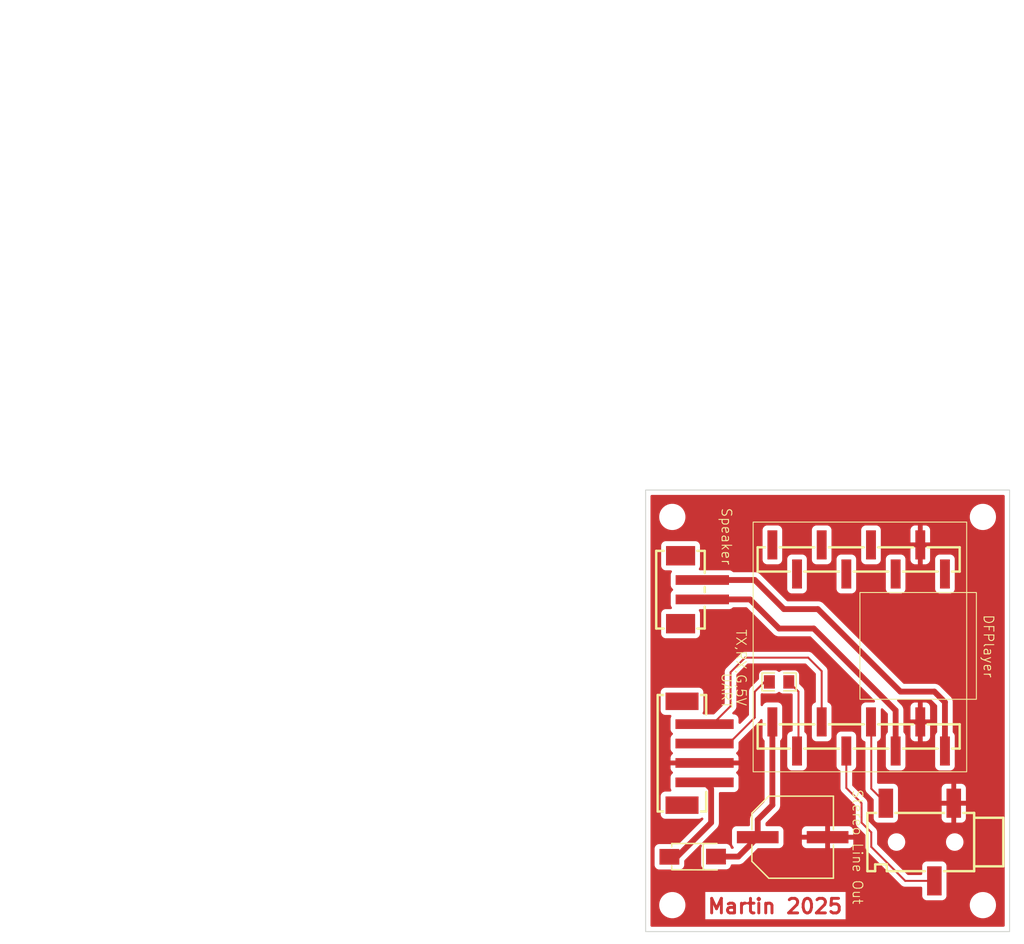
<source format=kicad_pcb>
(kicad_pcb (version 20241229) (generator "pcbnew") (generator_version "9.0")
  (layers (0 "F.Cu" signal "Front") (4 "In1.Cu" signal) (6 "In2.Cu" signal) (2 "B.Cu" signal "Back") (13 "F.Paste" user) (15 "B.Paste" user) (5 "F.SilkS" user "F.Silkscreen") (7 "B.SilkS" user "B.Silkscreen") (1 "F.Mask" user) (3 "B.Mask" user) (25 "Edge.Cuts" user))
  (net 0 "")
  (net 1 "_4")
  (net 2 "ADKEY_1")
  (net 3 "_6")
  (net 4 "ADKEY_2")
  (net 5 "_3")
  (net 6 "_5")
  (net 7 "USB_P")
  (net 8 "BUSY")
  (net 9 "IO_1")
  (net 10 "VCC")
  (net 11 "K")
  (net 12 "IO_2")
  (net 13 "df_header_left-RX")
  (net 14 "DAC_R")
  (net 15 "USB_M")
  (net 16 "GND")
  (net 17 "DAC_L")
  (net 18 "SPK_1")
  (net 19 "SPK_2")
  (net 20 "footprint-RX")
  (net 21 "TX")
  (net 22 "footprint-contact-3")
  (net 23 "footprint-contact-2")
  (net 24 "footprint-contact-1")
  (net 25 "net")
  (net 26 "footprint-contact-0")
  (footprint "hanxia_HX_PM2_54_1x8P_TP_H8_5_YQ:HDR-SMD_8P-P2.54-V-F-S4.7" (layer "F.Cu") (at 151.7 83.38 0)
    (property "Reference" "H2" (hide yes))
    (property "Value" "")
    (fp_line (start -10.41 -1.25) (end -10.41 1.25) (stroke (width 0.25)) (layer "F.SilkS"))
    (fp_line (start -10.41 -1.25) (end -9.63 -1.25) (stroke (width 0.25)) (layer "F.SilkS"))
    (fp_line (start -10.41 1.25) (end -7.09 1.25) (stroke (width 0.25)) (layer "F.SilkS"))
    (fp_line (start -8.15 -1.25) (end -4.55 -1.25) (stroke (width 0.25)) (layer "F.SilkS"))
    (fp_line (start -5.61 1.25) (end -2.01 1.25) (stroke (width 0.25)) (layer "F.SilkS"))
    (fp_line (start -3.07 -1.25) (end 0.53 -1.25) (stroke (width 0.25)) (layer "F.SilkS"))
    (fp_line (start -0.53 1.25) (end 3.07 1.25) (stroke (width 0.25)) (layer "F.SilkS"))
    (fp_line (start 2.01 -1.25) (end 5.61 -1.25) (stroke (width 0.25)) (layer "F.SilkS"))
    (fp_line (start 4.55 1.25) (end 8.15 1.25) (stroke (width 0.25)) (layer "F.SilkS"))
    (fp_line (start 7.09 -1.25) (end 10.41 -1.25) (stroke (width 0.25)) (layer "F.SilkS"))
    (fp_line (start 9.63 1.25) (end 10.41 1.25) (stroke (width 0.25)) (layer "F.SilkS"))
    (fp_line (start 10.41 -1.25) (end 10.41 1.25) (stroke (width 0.25)) (layer "F.SilkS"))
    (pad "1" smd rect (at -8.89 -1.5 0) (size 1.02 3) (layers "F.Cu" "F.Mask" "F.Paste") (net 8 "BUSY"))
    (pad "2" smd rect (at -6.35 1.5 0) (size 1.02 3) (layers "F.Cu" "F.Mask" "F.Paste") (net 15 "USB_M"))
    (pad "3" smd rect (at -3.81 -1.5 0) (size 1.02 3) (layers "F.Cu" "F.Mask" "F.Paste") (net 7 "USB_P"))
    (pad "4" smd rect (at -1.27 1.5 0) (size 1.02 3) (layers "F.Cu" "F.Mask" "F.Paste") (net 4 "ADKEY_2"))
    (pad "5" smd rect (at 1.27 -1.5 0) (size 1.02 3) (layers "F.Cu" "F.Mask" "F.Paste") (net 2 "ADKEY_1"))
    (pad "6" smd rect (at 3.81 1.5 0) (size 1.02 3) (layers "F.Cu" "F.Mask" "F.Paste") (net 12 "IO_2"))
    (pad "7" smd rect (at 6.35 -1.5 0) (size 1.02 3) (layers "F.Cu" "F.Mask" "F.Paste") (net 16 "GND"))
    (pad "8" smd rect (at 8.89 1.5 0) (size 1.02 3) (layers "F.Cu" "F.Mask" "F.Paste") (net 9 "IO_1"))
  )
  (footprint "JST_Sales_America_B4B_PH_SM4_TB_LF__SN:CONN-SMD_B4B-PH-SM4-TB-LF-SN" (layer "F.Cu") (at 134.66 103.35 -90)
    (property "Reference" "CN1" (hide yes))
    (property "Value" "")
    (fp_line (start -6 3.67) (end -6 3.09) (stroke (width 0.25)) (layer "F.SilkS"))
    (fp_line (start 6 3.67) (end -6 3.67) (stroke (width 0.25)) (layer "F.SilkS"))
    (fp_line (start 6 3.09) (end 6 3.67) (stroke (width 0.25)) (layer "F.SilkS"))
    (fp_line (start -6 -1.33) (end -6 -0.77) (stroke (width 0.25)) (layer "F.SilkS"))
    (fp_line (start -6 -1.33) (end -4 -1.33) (stroke (width 0.25)) (layer "F.SilkS"))
    (fp_line (start 4 -1.33) (end 6 -1.33) (stroke (width 0.25)) (layer "F.SilkS"))
    (fp_line (start 6 -1.33) (end 6 -0.77) (stroke (width 0.25)) (layer "F.SilkS"))
    (pad "1" smd rect (at 3 -1.16 90) (size 1 6) (layers "F.Cu" "F.Mask" "F.Paste") (net 10 "VCC"))
    (pad "2" smd rect (at 1 -1.16 90) (size 1 6) (layers "F.Cu" "F.Mask" "F.Paste") (net 16 "GND"))
    (pad "3" smd rect (at -1 -1.16 90) (size 1 6) (layers "F.Cu" "F.Mask" "F.Paste") (net 20 "footprint-RX"))
    (pad "4" smd rect (at -3 -1.16 90) (size 1 6) (layers "F.Cu" "F.Mask" "F.Paste") (net 21 "TX"))
    (pad "5" smd rect (at -5.35 1.16 270) (size 1.8 3.4) (layers "F.Cu" "F.Mask" "F.Paste") (net 6 "_5"))
    (pad "6" smd rect (at 5.35 1.16 270) (size 1.8 3.4) (layers "F.Cu" "F.Mask" "F.Paste") (net 3 "_6"))
  )
  (footprint "hongjiacheng_M1:SMA_L4.3-W2.6-LS5.0-RD" (layer "F.Cu") (at 134.6 114.01 180)
    (property "Reference" "D1" (hide yes))
    (property "Value" "")
    (fp_line (start 2.16 1.36) (end 2.16 1.01) (stroke (width 0.15)) (layer "F.SilkS"))
    (fp_line (start 2.16 -1.27) (end 2.16 -0.92) (stroke (width 0.15)) (layer "F.SilkS"))
    (fp_line (start -1.08 -1.36) (end -1.08 1.36) (stroke (width 0.15)) (layer "F.SilkS"))
    (fp_line (start -2.5 1.36) (end 2.16 1.36) (stroke (width 0.15)) (layer "F.SilkS"))
    (fp_line (start -2.53 -1.36) (end 2.16 -1.35) (stroke (width 0.15)) (layer "F.SilkS"))
    (pad "1" smd rect (at -2.4 0.01 180) (size 2.05 1.62) (layers "F.Cu" "F.Mask" "F.Paste") (net 11 "K"))
    (pad "2" smd rect (at 2.4 -0.01 0) (size 2.05 1.62) (layers "F.Cu" "F.Mask" "F.Paste") (net 10 "VCC"))
  )
  (footprint "UNI_ROYAL_0805W8F1001T5E:R0805" (layer "F.Cu") (at 143.5 96 0)
    (property "Reference" "U1" (hide yes))
    (property "Value" "" (hide yes))
    (fp_line (start -1.76 -0.92) (end -0.48 -0.92) (stroke (width 0.15)) (layer "F.SilkS"))
    (fp_line (start -1.76 0.92) (end -1.76 -0.92) (stroke (width 0.15)) (layer "F.SilkS"))
    (fp_line (start -0.48 0.92) (end -1.76 0.92) (stroke (width 0.15)) (layer "F.SilkS"))
    (fp_line (start 0.48 0.92) (end 1.76 0.92) (stroke (width 0.15)) (layer "F.SilkS"))
    (fp_line (start 1.76 -0.92) (end 0.48 -0.92) (stroke (width 0.15)) (layer "F.SilkS"))
    (fp_line (start 1.76 0.92) (end 1.76 -0.92) (stroke (width 0.15)) (layer "F.SilkS"))
    (pad "1" smd rect (at -1 0 0) (size 1.13 1.38) (layers "F.Cu" "F.Mask" "F.Paste") (net 20 "footprint-RX"))
    (pad "2" smd rect (at 1 0 0) (size 1.13 1.38) (layers "F.Cu" "F.Mask" "F.Paste") (net 13 "df_header_left-RX"))
  )
  (footprint "MountingHole:MountingHole_2.2mm_M2" (layer "F.Cu") (at 164.5 119 0)
    (property "Reference" "H4" (hide yes))
    (property "Value" "")
    (pad "" np_thru_hole circle (at 0 0 0) (size 2.2 2.2) (drill 2.2) (layers "*.Cu" "*.Mask") (net 24 "footprint-contact-1"))
  )
  (footprint "hanxia_HX_PM2_54_1x8P_TP_H8_5_YQ:HDR-SMD_8P-P2.54-V-F-S4.7" (layer "F.Cu") (at 151.7 101.62 0)
    (property "Reference" "H1" (hide yes))
    (property "Value" "")
    (fp_line (start -10.41 -1.25) (end -10.41 1.25) (stroke (width 0.25)) (layer "F.SilkS"))
    (fp_line (start -10.41 -1.25) (end -9.63 -1.25) (stroke (width 0.25)) (layer "F.SilkS"))
    (fp_line (start -10.41 1.25) (end -7.09 1.25) (stroke (width 0.25)) (layer "F.SilkS"))
    (fp_line (start -8.15 -1.25) (end -4.55 -1.25) (stroke (width 0.25)) (layer "F.SilkS"))
    (fp_line (start -5.61 1.25) (end -2.01 1.25) (stroke (width 0.25)) (layer "F.SilkS"))
    (fp_line (start -3.07 -1.25) (end 0.53 -1.25) (stroke (width 0.25)) (layer "F.SilkS"))
    (fp_line (start -0.53 1.25) (end 3.07 1.25) (stroke (width 0.25)) (layer "F.SilkS"))
    (fp_line (start 2.01 -1.25) (end 5.61 -1.25) (stroke (width 0.25)) (layer "F.SilkS"))
    (fp_line (start 4.55 1.25) (end 8.15 1.25) (stroke (width 0.25)) (layer "F.SilkS"))
    (fp_line (start 7.09 -1.25) (end 10.41 -1.25) (stroke (width 0.25)) (layer "F.SilkS"))
    (fp_line (start 9.63 1.25) (end 10.41 1.25) (stroke (width 0.25)) (layer "F.SilkS"))
    (fp_line (start 10.41 -1.25) (end 10.41 1.25) (stroke (width 0.25)) (layer "F.SilkS"))
    (pad "1" smd rect (at -8.89 -1.5 0) (size 1.02 3) (layers "F.Cu" "F.Mask" "F.Paste") (net 11 "K"))
    (pad "2" smd rect (at -6.35 1.5 0) (size 1.02 3) (layers "F.Cu" "F.Mask" "F.Paste") (net 13 "df_header_left-RX"))
    (pad "3" smd rect (at -3.81 -1.5 0) (size 1.02 3) (layers "F.Cu" "F.Mask" "F.Paste") (net 21 "TX"))
    (pad "4" smd rect (at -1.27 1.5 0) (size 1.02 3) (layers "F.Cu" "F.Mask" "F.Paste") (net 14 "DAC_R"))
    (pad "5" smd rect (at 1.27 -1.5 0) (size 1.02 3) (layers "F.Cu" "F.Mask" "F.Paste") (net 17 "DAC_L"))
    (pad "6" smd rect (at 3.81 1.5 0) (size 1.02 3) (layers "F.Cu" "F.Mask" "F.Paste") (net 18 "SPK_1"))
    (pad "7" smd rect (at 6.35 -1.5 0) (size 1.02 3) (layers "F.Cu" "F.Mask" "F.Paste") (net 16 "GND"))
    (pad "8" smd rect (at 8.89 1.5 0) (size 1.02 3) (layers "F.Cu" "F.Mask" "F.Paste") (net 19 "SPK_2"))
  )
  (footprint "MountingHole:MountingHole_2.2mm_M2" (layer "F.Cu") (at 132.5 119 0)
    (property "Reference" "H3" (hide yes))
    (property "Value" "")
    (pad "" np_thru_hole circle (at 0 0 0) (size 2.2 2.2) (drill 2.2) (layers "*.Cu" "*.Mask") (net 26 "footprint-contact-0"))
  )
  (footprint "JST_Sales_America_B2B_PH_SM4_TBT_LF__SN:CONN-SMD_B2B-PH-SM4-TBT-LF-SN" (layer "F.Cu") (at 134.47 86.5 90)
    (property "Reference" "U2" (hide yes))
    (property "Value" "")
    (fp_line (start -4 -3.63) (end 4 -3.63) (stroke (width 0.25)) (layer "F.SilkS"))
    (fp_line (start -4 -3.63) (end -4 -2.86) (stroke (width 0.25)) (layer "F.SilkS"))
    (fp_line (start 4 -2.86) (end 4 -3.63) (stroke (width 0.25)) (layer "F.SilkS"))
    (fp_line (start -4 0.6) (end -4 1.37) (stroke (width 0.25)) (layer "F.SilkS"))
    (fp_line (start 4 1.37) (end 4 0.6) (stroke (width 0.25)) (layer "F.SilkS"))
    (fp_line (start 1.73 1.37) (end 4 1.37) (stroke (width 0.25)) (layer "F.SilkS"))
    (fp_line (start -0.27 1.37) (end 0.27 1.37) (stroke (width 0.25)) (layer "F.SilkS"))
    (fp_line (start -4 1.37) (end -1.73 1.37) (stroke (width 0.25)) (layer "F.SilkS"))
    (pad "1" smd rect (at -1 1.12 90) (size 1 5.5) (layers "F.Cu" "F.Mask" "F.Paste") (net 18 "SPK_1"))
    (pad "2" smd rect (at 1 1.12 90) (size 1 5.5) (layers "F.Cu" "F.Mask" "F.Paste") (net 19 "SPK_2"))
    (pad "3" smd rect (at 3.5 -1.12 90) (size 2 3) (layers "F.Cu" "F.Mask" "F.Paste") (net 5 "_3"))
    (pad "4" smd rect (at -3.5 -1.12 90) (size 2 3) (layers "F.Cu" "F.Mask" "F.Paste") (net 1 "_4"))
  )
  (footprint "PANASONIC_EEEFK1A471AP:CAP-SMD_BD8.0-L8.3-W8.3-LS9.9-FD" (layer "F.Cu") (at 144.9 112 0)
    (property "Reference" "C1" (hide yes))
    (property "Value" "")
    (fp_line (start -4.2 -2.49) (end -4.2 -0.78) (stroke (width 0.15)) (layer "F.SilkS"))
    (fp_line (start -4.2 2.49) (end -4.2 0.78) (stroke (width 0.15)) (layer "F.SilkS"))
    (fp_line (start -2.46 -4.23) (end -4.2 -2.49) (stroke (width 0.15)) (layer "F.SilkS"))
    (fp_line (start -2.46 4.23) (end -4.2 2.49) (stroke (width 0.15)) (layer "F.SilkS"))
    (fp_line (start 4.2 -4.23) (end -2.46 -4.23) (stroke (width 0.15)) (layer "F.SilkS"))
    (fp_line (start 4.2 -0.78) (end 4.2 -4.23) (stroke (width 0.15)) (layer "F.SilkS"))
    (fp_line (start 4.2 0.78) (end 4.2 4.23) (stroke (width 0.15)) (layer "F.SilkS"))
    (fp_line (start 4.2 4.23) (end -2.46 4.23) (stroke (width 0.15)) (layer "F.SilkS"))
    (pad "1" smd rect (at -3.6 0 0) (size 4.3 1.26) (layers "F.Cu" "F.Mask" "F.Paste") (net 11 "K"))
    (pad "2" smd rect (at 3.6 0 0) (size 4.3 1.26) (layers "F.Cu" "F.Mask" "F.Paste") (net 16 "GND"))
  )
  (footprint "MountingHole:MountingHole_2.2mm_M2" (layer "F.Cu") (at 164.5 79 0)
    (property "Reference" "H6" (hide yes))
    (property "Value" "")
    (pad "" np_thru_hole circle (at 0 0 0) (size 2.2 2.2) (drill 2.2) (layers "*.Cu" "*.Mask") (net 22 "footprint-contact-3"))
  )
  (footprint "SOFNG_PJ_320B:AUDIO-SMD_PJ-320B" (layer "F.Cu") (at 158 112.5 -90)
    (property "Reference" "U3" (hide yes))
    (property "Value" "")
    (fp_line (start 3 5.4) (end -3 5.4) (stroke (width 0.25)) (layer "F.SilkS"))
    (fp_line (start 2.3 4.6) (end 3 4.6) (stroke (width 0.25)) (layer "F.SilkS"))
    (fp_line (start 3 4.6) (end 3 5.4) (stroke (width 0.25)) (layer "F.SilkS"))
    (fp_line (start -3 4.48) (end -3 5.4) (stroke (width 0.25)) (layer "F.SilkS"))
    (fp_line (start 2.3 3.4) (end 2.3 4.6) (stroke (width 0.25)) (layer "F.SilkS"))
    (fp_line (start 3 3.4) (end 2.3 3.4) (stroke (width 0.25)) (layer "F.SilkS"))
    (fp_line (start 3 -0.52) (end 3 3.4) (stroke (width 0.25)) (layer "F.SilkS"))
    (fp_line (start -3 -2.52) (end -3 2.52) (stroke (width 0.25)) (layer "F.SilkS"))
    (fp_line (start -3 -5.6) (end -3 -4.48) (stroke (width 0.25)) (layer "F.SilkS"))
    (fp_line (start -3 -5.6) (end 3 -5.6) (stroke (width 0.25)) (layer "F.SilkS"))
    (fp_line (start -2.5 -5.6) (end -2.5 -8.6) (stroke (width 0.25)) (layer "F.SilkS"))
    (fp_line (start 2.5 -5.6) (end 2.5 -8.6) (stroke (width 0.25)) (layer "F.SilkS"))
    (fp_line (start 3 -5.6) (end 3 -2.48) (stroke (width 0.25)) (layer "F.SilkS"))
    (fp_line (start -2.5 -8.6) (end 2.5 -8.6) (stroke (width 0.25)) (layer "F.SilkS"))
    (pad "" np_thru_hole circle (at 0 -3.6 270) (size 1.3 1.3) (drill 1.3) (layers "F&B.Cu" "*.Mask") (net 25 "net"))
    (pad "" np_thru_hole circle (at 0 2.4 270) (size 1.3 1.3) (drill 1.3) (layers "F&B.Cu" "*.Mask") (net 25 "net"))
    (pad "1" smd rect (at -4 -3.5 270) (size 3 1.5) (layers "F.Cu" "F.Mask" "F.Paste") (net 16 "GND"))
    (pad "2" smd rect (at 4 -1.5 270) (size 3 1.5) (layers "F.Cu" "F.Mask" "F.Paste") (net 14 "DAC_R"))
    (pad "3" smd rect (at -4 3.5 270) (size 3 1.5) (layers "F.Cu" "F.Mask" "F.Paste") (net 17 "DAC_L"))
  )
  (footprint "MountingHole:MountingHole_2.2mm_M2" (layer "F.Cu") (at 132.5 79 0)
    (property "Reference" "H5" (hide yes))
    (property "Value" "")
    (pad "" np_thru_hole circle (at 0 0 0) (size 2.2 2.2) (drill 2.2) (layers "*.Cu" "*.Mask") (net 23 "footprint-contact-2"))
  )
  (zone (net 16) (net_name "GND") (layers "F.Cu") (name "GND") (connect_pads (clearance 0.5)) (min_thickness 0.25) (fill yes (thermal_gap 0.5) (thermal_bridge_width 0.5))
    (polygon (pts (xy 128.25 75) (xy 168.75 75) (xy 168.75 123) (xy 128.25 123)))
  )
  (segment (start 132.98 114.02) (end 132.2 114.02) (width 0.6) (net 10) (layer "F.Cu"))
  (segment (start 136.5 107.03) (end 136.5 110.5) (width 0.6) (net 10) (layer "F.Cu"))
  (segment (start 136.5 110.5) (end 132.98 114.02) (width 0.6) (net 10) (layer "F.Cu"))
  (segment (start 135.82 106.35) (end 136.5 107.03) (width 0.6) (net 10) (layer "F.Cu"))
  (segment (start 142.81 108.69) (end 142.81 100.12) (width 0.6) (net 11) (layer "F.Cu"))
  (segment (start 139.3 114) (end 141.3 112) (width 0.6) (net 11) (layer "F.Cu"))
  (segment (start 141.3 110.2) (end 142.81 108.69) (width 0.6) (net 11) (layer "F.Cu"))
  (segment (start 141.3 112) (end 141.3 110.2) (width 0.6) (net 11) (layer "F.Cu"))
  (segment (start 137 114) (end 139.3 114) (width 0.6) (net 11) (layer "F.Cu"))
  (segment (start 145.5 97) (end 145.5 102.97) (width 0.2) (net 13) (layer "F.Cu"))
  (segment (start 145.5 102.97) (end 145.35 103.12) (width 0.2) (net 13) (layer "F.Cu"))
  (segment (start 144.5 96) (end 145.5 97) (width 0.2) (net 13) (layer "F.Cu"))
  (segment (start 153 113) (end 156.5 116.5) (width 0.2) (net 14) (layer "F.Cu"))
  (segment (start 150.43 106.93) (end 152 108.5) (width 0.2) (net 14) (layer "F.Cu"))
  (segment (start 152 110.5) (end 153 111.5) (width 0.2) (net 14) (layer "F.Cu"))
  (segment (start 153 111.5) (end 153 113) (width 0.2) (net 14) (layer "F.Cu"))
  (segment (start 152 108.5) (end 152 110.5) (width 0.2) (net 14) (layer "F.Cu"))
  (segment (start 150.43 103.12) (end 150.43 106.93) (width 0.2) (net 14) (layer "F.Cu"))
  (segment (start 156.5 116.5) (end 159.5 116.5) (width 0.2) (net 14) (layer "F.Cu"))
  (segment (start 153 107) (end 153 100.15) (width 0.2) (net 17) (layer "F.Cu"))
  (segment (start 154.5 108.5) (end 153 107) (width 0.2) (net 17) (layer "F.Cu"))
  (segment (start 153 100.15) (end 152.97 100.12) (width 0.2) (net 17) (layer "F.Cu"))
  (segment (start 155.51 98.935547) (end 155.51 103.12) (width 0.6) (net 18) (layer "F.Cu"))
  (segment (start 135.59 87.5) (end 140.5 87.5) (width 0.6) (net 18) (layer "F.Cu"))
  (segment (start 140.5 87.5) (end 143.5 90.5) (width 0.6) (net 18) (layer "F.Cu"))
  (segment (start 147.074453 90.5) (end 155.51 98.935547) (width 0.6) (net 18) (layer "F.Cu"))
  (segment (start 143.5 90.5) (end 147.074453 90.5) (width 0.6) (net 18) (layer "F.Cu"))
  (segment (start 147.5 88.5) (end 156 97) (width 0.6) (net 19) (layer "F.Cu"))
  (segment (start 156 97) (end 159.5 97) (width 0.6) (net 19) (layer "F.Cu"))
  (segment (start 160.59 98.09) (end 160.59 103.12) (width 0.6) (net 19) (layer "F.Cu"))
  (segment (start 159.5 97) (end 160.59 98.09) (width 0.6) (net 19) (layer "F.Cu"))
  (segment (start 135.59 85.5) (end 141 85.5) (width 0.6) (net 19) (layer "F.Cu"))
  (segment (start 144 88.5) (end 147.5 88.5) (width 0.6) (net 19) (layer "F.Cu"))
  (segment (start 141 85.5) (end 144 88.5) (width 0.6) (net 19) (layer "F.Cu"))
  (segment (start 141 99.67) (end 141 97) (width 0.2) (net 20) (layer "F.Cu"))
  (segment (start 138.32 102.35) (end 141 99.67) (width 0.2) (net 20) (layer "F.Cu"))
  (segment (start 142 96) (end 142.5 96) (width 0.2) (net 20) (layer "F.Cu"))
  (segment (start 141 97) (end 142 96) (width 0.2) (net 20) (layer "F.Cu"))
  (segment (start 135.82 102.35) (end 138.32 102.35) (width 0.2) (net 20) (layer "F.Cu"))
  (segment (start 140 93.5) (end 146.5 93.5) (width 0.2) (net 21) (layer "F.Cu"))
  (segment (start 138.5 98.5) (end 138.5 95) (width 0.2) (net 21) (layer "F.Cu"))
  (segment (start 147.89 100.12) (end 147.89 94.89) (width 0.2) (net 21) (layer "F.Cu"))
  (segment (start 135.82 100.35) (end 136.65 100.35) (width 0.2) (net 21) (layer "F.Cu"))
  (segment (start 136.65 100.35) (end 138.5 98.5) (width 0.2) (net 21) (layer "F.Cu"))
  (segment (start 147.89 94.89) (end 146.5 93.5) (width 0.2) (net 21) (layer "F.Cu"))
  (segment (start 138.5 95) (end 140 93.5) (width 0.2) (net 21) (layer "F.Cu"))
  (gr_rect (start 151.83 86.79) (end 163.83 97.79) (stroke (width 0.1)) (fill no) (layer "F.SilkS"))
  (gr_rect (start 140.83 79.53) (end 162.83 105.26) (stroke (width 0.1)) (fill no) (layer "F.SilkS"))
  (gr_rect (start 129.75 76.23) (end 167.25 121.73) (stroke (width 0.1)) (fill no) (layer "Edge.Cuts"))
  (gr_text "Martin 2025" (at 136 120 0) (layer "F.Cu") (effects (font (size 1.5 1.5) (thickness 0.3) (bold yes)) (justify left bottom)))
  (gr_text "TX,RX,G,5V" (at 139 90.5 270) (layer "F.SilkS") (effects (font (size 1 1) (thickness 0.1)) (justify left bottom)))
  (gr_text "Speaker" (at 137.5 78 270) (layer "F.SilkS") (effects (font (size 1 1) (thickness 0.1)) (justify left bottom)))
  (gr_text "UART" (at 137.5 95 270) (layer "F.SilkS") (effects (font (size 1 1) (thickness 0.1)) (justify left bottom)))
  (gr_text "DFPlayer" (at 164.5 89 270) (layer "F.SilkS") (effects (font (size 1 1) (thickness 0.1)) (justify left bottom)))
  (gr_text "Stereo Line Out" (at 151 107 270) (layer "F.SilkS") (effects (font (size 1 1) (thickness 0.1)) (justify left bottom)))
)
</source>
